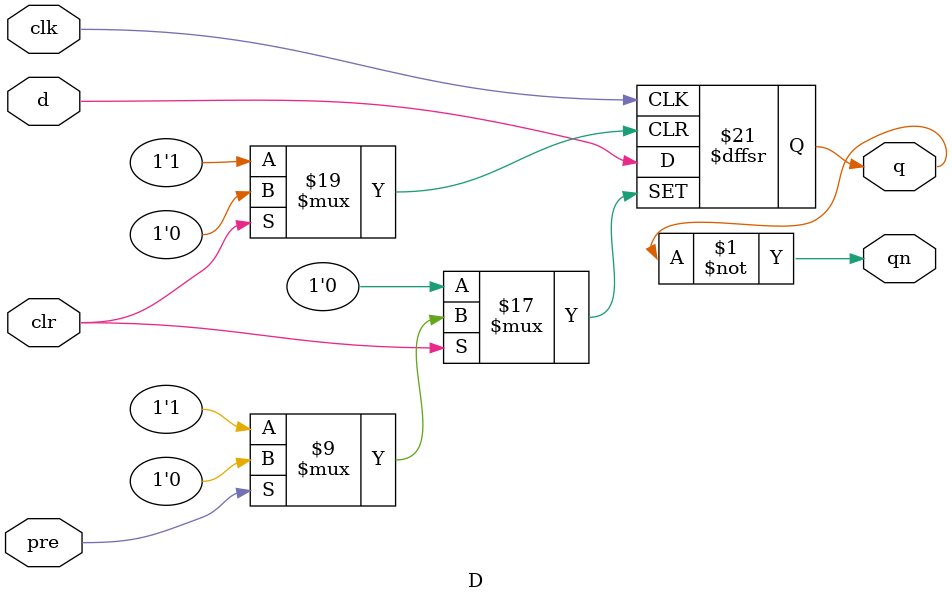
<source format=v>
`timescale 1ns / 1ps
module D(q,qn,d,clk,pre,clr);
	input d,clk,pre,clr;
	output q,qn;
	reg q;
	assign qn=~q;
	always@(negedge pre or negedge clr or posedge clk)	
	begin
		if(pre==0)
			q <= 1'b1;
		else if(clr==0)
			q <= 1'b0;
		else
			q <= d;
	end


endmodule

</source>
